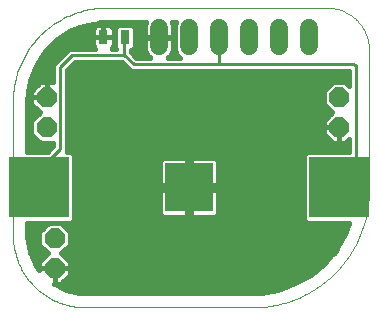
<source format=gbl>
G75*
%MOIN*%
%OFA0B0*%
%FSLAX25Y25*%
%IPPOS*%
%LPD*%
%AMOC8*
5,1,8,0,0,1.08239X$1,22.5*
%
%ADD10C,0.00000*%
%ADD11R,0.03150X0.04724*%
%ADD12C,0.06000*%
%ADD13R,0.16000X0.16000*%
%ADD14R,0.20000X0.20000*%
%ADD15OC8,0.06600*%
%ADD16C,0.01000*%
%ADD17C,0.01600*%
%ADD18C,0.07500*%
D10*
X0032342Y0015582D02*
X0087749Y0015582D01*
X0087749Y0015583D02*
X0088693Y0015594D01*
X0089636Y0015629D01*
X0090578Y0015686D01*
X0091518Y0015765D01*
X0092456Y0015868D01*
X0093391Y0015993D01*
X0094324Y0016140D01*
X0095252Y0016311D01*
X0096176Y0016503D01*
X0097095Y0016718D01*
X0098008Y0016955D01*
X0098915Y0017214D01*
X0099816Y0017494D01*
X0100710Y0017797D01*
X0101597Y0018121D01*
X0102475Y0018466D01*
X0103345Y0018832D01*
X0104205Y0019220D01*
X0105056Y0019628D01*
X0105897Y0020056D01*
X0106727Y0020505D01*
X0107546Y0020973D01*
X0108354Y0021461D01*
X0109149Y0021969D01*
X0109932Y0022496D01*
X0110703Y0023041D01*
X0111459Y0023605D01*
X0112202Y0024187D01*
X0112931Y0024787D01*
X0113645Y0025404D01*
X0114343Y0026038D01*
X0115027Y0026689D01*
X0115694Y0027356D01*
X0116345Y0028040D01*
X0116979Y0028738D01*
X0117596Y0029452D01*
X0118196Y0030181D01*
X0118778Y0030924D01*
X0119342Y0031680D01*
X0119887Y0032451D01*
X0120414Y0033234D01*
X0120922Y0034029D01*
X0121410Y0034837D01*
X0121878Y0035656D01*
X0122327Y0036486D01*
X0122755Y0037327D01*
X0123163Y0038178D01*
X0123551Y0039038D01*
X0123917Y0039908D01*
X0124262Y0040786D01*
X0124586Y0041673D01*
X0124889Y0042567D01*
X0125169Y0043468D01*
X0125428Y0044375D01*
X0125665Y0045288D01*
X0125880Y0046207D01*
X0126072Y0047131D01*
X0126243Y0048059D01*
X0126390Y0048992D01*
X0126515Y0049927D01*
X0126618Y0050865D01*
X0126697Y0051805D01*
X0126754Y0052747D01*
X0126789Y0053690D01*
X0126800Y0054634D01*
X0126800Y0101417D01*
X0126796Y0101757D01*
X0126784Y0102098D01*
X0126763Y0102437D01*
X0126734Y0102777D01*
X0126697Y0103115D01*
X0126652Y0103452D01*
X0126599Y0103789D01*
X0126538Y0104123D01*
X0126468Y0104457D01*
X0126391Y0104788D01*
X0126305Y0105118D01*
X0126212Y0105445D01*
X0126111Y0105770D01*
X0126001Y0106093D01*
X0125885Y0106412D01*
X0125760Y0106729D01*
X0125628Y0107043D01*
X0125488Y0107353D01*
X0125341Y0107660D01*
X0125186Y0107964D01*
X0125025Y0108263D01*
X0124856Y0108559D01*
X0124679Y0108850D01*
X0124496Y0109137D01*
X0124306Y0109419D01*
X0124110Y0109697D01*
X0123906Y0109970D01*
X0123696Y0110238D01*
X0123480Y0110501D01*
X0123257Y0110758D01*
X0123028Y0111010D01*
X0122794Y0111257D01*
X0122553Y0111498D01*
X0122306Y0111732D01*
X0122054Y0111961D01*
X0121797Y0112184D01*
X0121534Y0112400D01*
X0121266Y0112610D01*
X0120993Y0112814D01*
X0120715Y0113010D01*
X0120433Y0113200D01*
X0120146Y0113383D01*
X0119855Y0113560D01*
X0119559Y0113729D01*
X0119260Y0113890D01*
X0118956Y0114045D01*
X0118649Y0114192D01*
X0118339Y0114332D01*
X0118025Y0114464D01*
X0117708Y0114589D01*
X0117389Y0114705D01*
X0117066Y0114815D01*
X0116741Y0114916D01*
X0116414Y0115009D01*
X0116084Y0115095D01*
X0115753Y0115172D01*
X0115419Y0115242D01*
X0115085Y0115303D01*
X0114748Y0115356D01*
X0114411Y0115401D01*
X0114073Y0115438D01*
X0113733Y0115467D01*
X0113394Y0115488D01*
X0113053Y0115500D01*
X0112713Y0115504D01*
X0039260Y0115504D01*
X0038507Y0115495D01*
X0037755Y0115468D01*
X0037003Y0115422D01*
X0036253Y0115359D01*
X0035504Y0115277D01*
X0034758Y0115177D01*
X0034014Y0115059D01*
X0033273Y0114923D01*
X0032536Y0114770D01*
X0031803Y0114599D01*
X0031074Y0114409D01*
X0030350Y0114203D01*
X0029631Y0113979D01*
X0028917Y0113738D01*
X0028210Y0113479D01*
X0027509Y0113204D01*
X0026815Y0112911D01*
X0026129Y0112602D01*
X0025450Y0112277D01*
X0024779Y0111935D01*
X0024116Y0111577D01*
X0023463Y0111203D01*
X0022818Y0110813D01*
X0022183Y0110408D01*
X0021559Y0109988D01*
X0020944Y0109553D01*
X0020340Y0109103D01*
X0019747Y0108638D01*
X0019166Y0108160D01*
X0018596Y0107667D01*
X0018039Y0107161D01*
X0017494Y0106642D01*
X0016961Y0106109D01*
X0016442Y0105564D01*
X0015936Y0105007D01*
X0015443Y0104437D01*
X0014965Y0103856D01*
X0014500Y0103263D01*
X0014050Y0102659D01*
X0013615Y0102044D01*
X0013195Y0101420D01*
X0012790Y0100785D01*
X0012400Y0100140D01*
X0012026Y0099487D01*
X0011668Y0098824D01*
X0011326Y0098153D01*
X0011001Y0097474D01*
X0010692Y0096788D01*
X0010399Y0096094D01*
X0010124Y0095393D01*
X0009865Y0094686D01*
X0009624Y0093972D01*
X0009400Y0093253D01*
X0009194Y0092529D01*
X0009004Y0091800D01*
X0008833Y0091067D01*
X0008680Y0090330D01*
X0008544Y0089589D01*
X0008426Y0088845D01*
X0008326Y0088099D01*
X0008244Y0087350D01*
X0008181Y0086600D01*
X0008135Y0085848D01*
X0008108Y0085096D01*
X0008099Y0084343D01*
X0008099Y0039825D01*
X0008106Y0039230D01*
X0008128Y0038635D01*
X0008165Y0038042D01*
X0008216Y0037449D01*
X0008281Y0036857D01*
X0008361Y0036268D01*
X0008456Y0035680D01*
X0008565Y0035095D01*
X0008688Y0034513D01*
X0008826Y0033934D01*
X0008977Y0033359D01*
X0009143Y0032788D01*
X0009323Y0032220D01*
X0009516Y0031658D01*
X0009723Y0031100D01*
X0009944Y0030548D01*
X0010179Y0030001D01*
X0010427Y0029460D01*
X0010688Y0028925D01*
X0010962Y0028397D01*
X0011248Y0027876D01*
X0011548Y0027362D01*
X0011860Y0026855D01*
X0012185Y0026356D01*
X0012521Y0025866D01*
X0012870Y0025383D01*
X0013230Y0024910D01*
X0013602Y0024445D01*
X0013985Y0023990D01*
X0014379Y0023544D01*
X0014784Y0023108D01*
X0015200Y0022683D01*
X0015625Y0022267D01*
X0016061Y0021862D01*
X0016507Y0021468D01*
X0016962Y0021085D01*
X0017427Y0020713D01*
X0017900Y0020353D01*
X0018383Y0020004D01*
X0018873Y0019668D01*
X0019372Y0019343D01*
X0019879Y0019031D01*
X0020393Y0018731D01*
X0020914Y0018445D01*
X0021442Y0018171D01*
X0021977Y0017910D01*
X0022518Y0017662D01*
X0023065Y0017427D01*
X0023617Y0017206D01*
X0024175Y0016999D01*
X0024737Y0016806D01*
X0025305Y0016626D01*
X0025876Y0016460D01*
X0026451Y0016309D01*
X0027030Y0016171D01*
X0027612Y0016048D01*
X0028197Y0015939D01*
X0028785Y0015844D01*
X0029374Y0015764D01*
X0029966Y0015699D01*
X0030559Y0015648D01*
X0031152Y0015611D01*
X0031747Y0015589D01*
X0032342Y0015582D01*
D11*
X0038257Y0105582D03*
X0045343Y0105582D03*
D12*
X0056800Y0108582D02*
X0056800Y0102582D01*
X0066800Y0102582D02*
X0066800Y0108582D01*
X0076800Y0108582D02*
X0076800Y0102582D01*
X0086800Y0102582D02*
X0086800Y0108582D01*
X0096800Y0108582D02*
X0096800Y0102582D01*
X0106800Y0102582D02*
X0106800Y0108582D01*
D13*
X0066800Y0055582D03*
D14*
X0116800Y0055582D03*
X0016800Y0055582D03*
D15*
X0022050Y0038582D03*
X0022050Y0028582D03*
X0019300Y0075582D03*
X0019300Y0085582D03*
X0116800Y0085582D03*
X0116800Y0075582D03*
D16*
X0122550Y0061332D02*
X0122550Y0095832D01*
X0122548Y0095886D01*
X0122542Y0095939D01*
X0122533Y0095991D01*
X0122520Y0096043D01*
X0122503Y0096094D01*
X0122482Y0096144D01*
X0122458Y0096191D01*
X0122431Y0096237D01*
X0122400Y0096281D01*
X0122367Y0096323D01*
X0122330Y0096362D01*
X0122291Y0096399D01*
X0122249Y0096432D01*
X0122205Y0096463D01*
X0122159Y0096490D01*
X0122112Y0096514D01*
X0122062Y0096535D01*
X0122011Y0096552D01*
X0121959Y0096565D01*
X0121907Y0096574D01*
X0121854Y0096580D01*
X0121800Y0096582D01*
X0076800Y0096582D01*
X0076800Y0105582D01*
X0076800Y0096582D02*
X0048300Y0096582D01*
X0045050Y0099832D01*
X0044800Y0099582D01*
X0027800Y0099582D01*
X0023800Y0095582D01*
X0023800Y0068332D01*
X0016800Y0061332D01*
X0016800Y0055582D01*
X0045050Y0099832D02*
X0045050Y0105289D01*
X0045343Y0105582D01*
X0116800Y0055582D02*
X0122550Y0061332D01*
D17*
X0099727Y0022683D02*
X0023409Y0022683D01*
X0099727Y0022683D01*
X0102224Y0023591D02*
X0096614Y0021549D01*
X0091129Y0020582D01*
X0029824Y0020582D01*
X0025920Y0021473D01*
X0021998Y0023362D01*
X0021847Y0023482D01*
X0022050Y0023482D01*
X0024162Y0023482D01*
X0027150Y0026470D01*
X0027150Y0028582D01*
X0022050Y0028582D01*
X0022050Y0023482D01*
X0022050Y0028582D01*
X0022050Y0028582D01*
X0022050Y0023482D01*
X0024162Y0023482D01*
X0027150Y0026470D01*
X0027150Y0028582D01*
X0022050Y0028582D01*
X0022050Y0028582D01*
X0022050Y0023482D01*
X0021847Y0023482D01*
X0021998Y0023362D01*
X0025920Y0021473D01*
X0030165Y0020505D01*
X0032342Y0020382D01*
X0087749Y0020382D01*
X0090734Y0020513D01*
X0096614Y0021549D01*
X0102224Y0023591D01*
X0107394Y0026577D01*
X0111968Y0030414D01*
X0115806Y0034988D01*
X0118791Y0040158D01*
X0120110Y0043782D01*
X0106054Y0043782D01*
X0105000Y0044837D01*
X0105000Y0066328D01*
X0106054Y0067382D01*
X0120250Y0067382D01*
X0120250Y0071820D01*
X0118912Y0070482D01*
X0116800Y0070482D01*
X0116800Y0075582D01*
X0116800Y0075582D01*
X0116800Y0070482D01*
X0114688Y0070482D01*
X0111700Y0073470D01*
X0111700Y0075582D01*
X0116800Y0075582D01*
X0116800Y0070482D01*
X0118912Y0070482D01*
X0120250Y0071820D01*
X0120250Y0067382D01*
X0106054Y0067382D01*
X0105000Y0066328D01*
X0105000Y0044837D01*
X0106054Y0043782D01*
X0120110Y0043782D01*
X0118791Y0040158D01*
X0115806Y0034988D01*
X0111968Y0030414D01*
X0107394Y0026577D01*
X0102224Y0023591D01*
X0103419Y0024281D02*
X0024961Y0024281D01*
X0103419Y0024281D01*
X0106187Y0025880D02*
X0026560Y0025880D01*
X0106187Y0025880D01*
X0108469Y0027478D02*
X0027150Y0027478D01*
X0108469Y0027478D01*
X0110374Y0029077D02*
X0027150Y0029077D01*
X0110374Y0029077D01*
X0112187Y0030675D02*
X0027150Y0030675D01*
X0112187Y0030675D01*
X0113528Y0032274D02*
X0025571Y0032274D01*
X0113528Y0032274D01*
X0114870Y0033872D02*
X0024552Y0033872D01*
X0114870Y0033872D01*
X0116084Y0035471D02*
X0026151Y0035471D01*
X0116084Y0035471D01*
X0117007Y0037069D02*
X0027150Y0037069D01*
X0117007Y0037069D01*
X0117930Y0038668D02*
X0027150Y0038668D01*
X0117930Y0038668D01*
X0118830Y0040266D02*
X0027150Y0040266D01*
X0118830Y0040266D01*
X0119412Y0041865D02*
X0025980Y0041865D01*
X0119412Y0041865D01*
X0119994Y0043463D02*
X0024382Y0043463D01*
X0119994Y0043463D01*
X0105000Y0045062D02*
X0028600Y0045062D01*
X0105000Y0045062D01*
X0105000Y0046660D02*
X0076346Y0046660D01*
X0105000Y0046660D01*
X0105000Y0048259D02*
X0076600Y0048259D01*
X0105000Y0048259D01*
X0105000Y0049857D02*
X0076600Y0049857D01*
X0105000Y0049857D01*
X0105000Y0051456D02*
X0076600Y0051456D01*
X0105000Y0051456D01*
X0105000Y0053054D02*
X0076600Y0053054D01*
X0105000Y0053054D01*
X0105000Y0054653D02*
X0076600Y0054653D01*
X0105000Y0054653D01*
X0105000Y0056251D02*
X0067600Y0056251D01*
X0105000Y0056251D01*
X0105000Y0057850D02*
X0076600Y0057850D01*
X0105000Y0057850D01*
X0105000Y0059448D02*
X0076600Y0059448D01*
X0105000Y0059448D01*
X0105000Y0061047D02*
X0076600Y0061047D01*
X0105000Y0061047D01*
X0105000Y0062645D02*
X0076600Y0062645D01*
X0105000Y0062645D01*
X0105000Y0064244D02*
X0076486Y0064244D01*
X0105000Y0064244D01*
X0105000Y0065842D02*
X0028600Y0065842D01*
X0105000Y0065842D01*
X0111700Y0073470D02*
X0114688Y0070482D01*
X0116800Y0070482D01*
X0116800Y0075582D01*
X0116800Y0075582D01*
X0116800Y0075582D01*
X0111700Y0075582D01*
X0111700Y0073470D01*
X0111700Y0073835D02*
X0026100Y0073835D01*
X0111700Y0073835D01*
X0112933Y0072237D02*
X0026100Y0072237D01*
X0112933Y0072237D01*
X0114532Y0070638D02*
X0026100Y0070638D01*
X0114532Y0070638D01*
X0116800Y0070638D02*
X0116800Y0070638D01*
X0116800Y0070638D01*
X0116800Y0072237D02*
X0116800Y0072237D01*
X0116800Y0072237D01*
X0116800Y0073835D02*
X0116800Y0073835D01*
X0116800Y0073835D01*
X0116800Y0075434D02*
X0116800Y0075434D01*
X0116800Y0075434D01*
X0116800Y0075582D02*
X0116800Y0075582D01*
X0111700Y0075582D01*
X0111700Y0077695D01*
X0114588Y0080582D01*
X0111700Y0083470D01*
X0111700Y0087695D01*
X0114688Y0090682D01*
X0118912Y0090682D01*
X0120250Y0089345D01*
X0120250Y0094282D01*
X0047347Y0094282D01*
X0046000Y0095630D01*
X0046000Y0095630D01*
X0044347Y0097282D01*
X0028753Y0097282D01*
X0026100Y0094630D01*
X0026100Y0067382D01*
X0027546Y0067382D01*
X0028600Y0066328D01*
X0028600Y0044837D01*
X0027546Y0043782D01*
X0012899Y0043782D01*
X0012899Y0039825D01*
X0013021Y0037648D01*
X0013990Y0033404D01*
X0015879Y0029481D01*
X0016950Y0028138D01*
X0016950Y0028582D01*
X0022050Y0028582D01*
X0022050Y0028582D01*
X0022050Y0028582D01*
X0022050Y0028582D01*
X0016950Y0028582D01*
X0016950Y0028138D01*
X0015879Y0029481D01*
X0013990Y0033404D01*
X0013021Y0037648D01*
X0012899Y0039825D01*
X0012899Y0043782D01*
X0027546Y0043782D01*
X0028600Y0044837D01*
X0028600Y0066328D01*
X0027546Y0067382D01*
X0026100Y0067382D01*
X0026100Y0094630D01*
X0028753Y0097282D01*
X0044347Y0097282D01*
X0046000Y0095630D01*
X0046000Y0095630D01*
X0047347Y0094282D01*
X0120250Y0094282D01*
X0120250Y0089345D01*
X0118912Y0090682D01*
X0114688Y0090682D01*
X0111700Y0087695D01*
X0111700Y0083470D01*
X0114588Y0080582D01*
X0111700Y0077695D01*
X0111700Y0075582D01*
X0116800Y0075582D01*
X0112636Y0078631D02*
X0026100Y0078631D01*
X0112636Y0078631D01*
X0111700Y0077032D02*
X0026100Y0077032D01*
X0111700Y0077032D01*
X0111700Y0075434D02*
X0026100Y0075434D01*
X0111700Y0075434D01*
X0114234Y0080229D02*
X0026100Y0080229D01*
X0114234Y0080229D01*
X0113342Y0081828D02*
X0026100Y0081828D01*
X0113342Y0081828D01*
X0111744Y0083426D02*
X0026100Y0083426D01*
X0111744Y0083426D01*
X0111700Y0085025D02*
X0026100Y0085025D01*
X0111700Y0085025D01*
X0111700Y0086623D02*
X0026100Y0086623D01*
X0111700Y0086623D01*
X0112227Y0088222D02*
X0026100Y0088222D01*
X0112227Y0088222D01*
X0113825Y0089820D02*
X0026100Y0089820D01*
X0113825Y0089820D01*
X0119775Y0089820D02*
X0120250Y0089820D01*
X0119775Y0089820D01*
X0120250Y0091419D02*
X0026100Y0091419D01*
X0120250Y0091419D01*
X0120250Y0093017D02*
X0026100Y0093017D01*
X0120250Y0093017D01*
X0120250Y0070638D02*
X0119068Y0070638D01*
X0120250Y0070638D01*
X0120250Y0069039D02*
X0026100Y0069039D01*
X0120250Y0069039D01*
X0120250Y0067441D02*
X0026100Y0067441D01*
X0120250Y0067441D01*
X0076600Y0063819D02*
X0076600Y0056382D01*
X0067600Y0056382D01*
X0067600Y0054782D01*
X0067600Y0045782D01*
X0075037Y0045782D01*
X0075495Y0045905D01*
X0075905Y0046142D01*
X0076240Y0046477D01*
X0076477Y0046888D01*
X0076600Y0047345D01*
X0076600Y0054782D01*
X0067600Y0054782D01*
X0066000Y0054782D01*
X0066000Y0045782D01*
X0058563Y0045782D01*
X0058105Y0045905D01*
X0057695Y0046142D01*
X0057360Y0046477D01*
X0057123Y0046888D01*
X0057000Y0047345D01*
X0057000Y0054782D01*
X0066000Y0054782D01*
X0067600Y0054782D01*
X0067600Y0045782D01*
X0075037Y0045782D01*
X0075495Y0045905D01*
X0075905Y0046142D01*
X0076240Y0046477D01*
X0076477Y0046888D01*
X0076600Y0047345D01*
X0076600Y0054782D01*
X0067600Y0054782D01*
X0067600Y0056382D01*
X0076600Y0056382D01*
X0076600Y0063819D01*
X0076477Y0064277D01*
X0076240Y0064688D01*
X0075905Y0065023D01*
X0075495Y0065260D01*
X0075037Y0065382D01*
X0067600Y0065382D01*
X0067600Y0056382D01*
X0066000Y0056382D01*
X0066000Y0054782D01*
X0066000Y0045782D01*
X0058563Y0045782D01*
X0058105Y0045905D01*
X0057695Y0046142D01*
X0057360Y0046477D01*
X0057123Y0046888D01*
X0057000Y0047345D01*
X0057000Y0054782D01*
X0066000Y0054782D01*
X0066000Y0056382D01*
X0057000Y0056382D01*
X0057000Y0063819D01*
X0057123Y0064277D01*
X0057360Y0064688D01*
X0057695Y0065023D01*
X0058105Y0065260D01*
X0058563Y0065382D01*
X0066000Y0065382D01*
X0066000Y0056382D01*
X0057000Y0056382D01*
X0057000Y0063819D01*
X0057123Y0064277D01*
X0057360Y0064688D01*
X0057695Y0065023D01*
X0058105Y0065260D01*
X0058563Y0065382D01*
X0066000Y0065382D01*
X0066000Y0056382D01*
X0067600Y0056382D01*
X0067600Y0065382D01*
X0075037Y0065382D01*
X0075495Y0065260D01*
X0075905Y0065023D01*
X0076240Y0064688D01*
X0076477Y0064277D01*
X0076600Y0063819D01*
X0067600Y0064244D02*
X0066000Y0064244D01*
X0067600Y0064244D01*
X0067600Y0062645D02*
X0066000Y0062645D01*
X0067600Y0062645D01*
X0067600Y0061047D02*
X0066000Y0061047D01*
X0067600Y0061047D01*
X0067600Y0059448D02*
X0066000Y0059448D01*
X0067600Y0059448D01*
X0067600Y0057850D02*
X0066000Y0057850D01*
X0067600Y0057850D01*
X0066000Y0056251D02*
X0028600Y0056251D01*
X0066000Y0056251D01*
X0066000Y0054653D02*
X0067600Y0054653D01*
X0066000Y0054653D01*
X0066000Y0053054D02*
X0067600Y0053054D01*
X0066000Y0053054D01*
X0066000Y0051456D02*
X0067600Y0051456D01*
X0066000Y0051456D01*
X0066000Y0049857D02*
X0067600Y0049857D01*
X0066000Y0049857D01*
X0066000Y0048259D02*
X0067600Y0048259D01*
X0066000Y0048259D01*
X0066000Y0046660D02*
X0067600Y0046660D01*
X0066000Y0046660D01*
X0057254Y0046660D02*
X0028600Y0046660D01*
X0057254Y0046660D01*
X0057000Y0048259D02*
X0028600Y0048259D01*
X0057000Y0048259D01*
X0057000Y0049857D02*
X0028600Y0049857D01*
X0057000Y0049857D01*
X0057000Y0051456D02*
X0028600Y0051456D01*
X0057000Y0051456D01*
X0057000Y0053054D02*
X0028600Y0053054D01*
X0057000Y0053054D01*
X0057000Y0054653D02*
X0028600Y0054653D01*
X0057000Y0054653D01*
X0057000Y0057850D02*
X0028600Y0057850D01*
X0057000Y0057850D01*
X0057000Y0059448D02*
X0028600Y0059448D01*
X0057000Y0059448D01*
X0057000Y0061047D02*
X0028600Y0061047D01*
X0057000Y0061047D01*
X0057000Y0062645D02*
X0028600Y0062645D01*
X0057000Y0062645D01*
X0057114Y0064244D02*
X0028600Y0064244D01*
X0057114Y0064244D01*
X0027150Y0040695D02*
X0027150Y0036470D01*
X0024262Y0033582D01*
X0027150Y0030695D01*
X0027150Y0028582D01*
X0022050Y0028582D01*
X0022050Y0028582D01*
X0016950Y0028582D01*
X0016950Y0030695D01*
X0019838Y0033582D01*
X0016950Y0036470D01*
X0016950Y0040695D01*
X0019938Y0043682D01*
X0024162Y0043682D01*
X0027150Y0040695D01*
X0024162Y0043682D01*
X0019938Y0043682D01*
X0016950Y0040695D01*
X0016950Y0036470D01*
X0019838Y0033582D01*
X0016950Y0030695D01*
X0016950Y0028582D01*
X0022050Y0028582D01*
X0027150Y0028582D01*
X0027150Y0030695D01*
X0024262Y0033582D01*
X0027150Y0036470D01*
X0027150Y0040695D01*
X0019718Y0043463D02*
X0012899Y0043463D01*
X0019718Y0043463D01*
X0018120Y0041865D02*
X0012899Y0041865D01*
X0018120Y0041865D01*
X0016950Y0040266D02*
X0012899Y0040266D01*
X0016950Y0040266D01*
X0016950Y0038668D02*
X0012964Y0038668D01*
X0016950Y0038668D01*
X0016950Y0037069D02*
X0013154Y0037069D01*
X0016950Y0037069D01*
X0017949Y0035471D02*
X0013518Y0035471D01*
X0017949Y0035471D01*
X0019548Y0033872D02*
X0013883Y0033872D01*
X0019548Y0033872D01*
X0018529Y0032274D02*
X0014534Y0032274D01*
X0018529Y0032274D01*
X0016950Y0030675D02*
X0015304Y0030675D01*
X0016950Y0030675D01*
X0016950Y0029077D02*
X0016202Y0029077D01*
X0016950Y0029077D01*
X0022050Y0027478D02*
X0022050Y0027478D01*
X0022050Y0027478D01*
X0022050Y0025880D02*
X0022050Y0025880D01*
X0022050Y0025880D01*
X0022050Y0024281D02*
X0022050Y0024281D01*
X0022050Y0024281D01*
X0027626Y0021084D02*
X0093975Y0021084D01*
X0027626Y0021084D01*
X0019597Y0067382D02*
X0012899Y0067382D01*
X0012899Y0084343D01*
X0013026Y0086927D01*
X0014034Y0091995D01*
X0016012Y0096769D01*
X0018883Y0101066D01*
X0022537Y0104720D01*
X0026834Y0107591D01*
X0031608Y0109569D01*
X0036676Y0110577D01*
X0039260Y0110704D01*
X0052494Y0110704D01*
X0052352Y0110425D01*
X0052118Y0109706D01*
X0052000Y0108960D01*
X0052000Y0105782D01*
X0056600Y0105782D01*
X0056600Y0105382D01*
X0052000Y0105382D01*
X0052000Y0102205D01*
X0052118Y0101458D01*
X0052352Y0100740D01*
X0052695Y0100067D01*
X0053139Y0099455D01*
X0053673Y0098921D01*
X0053726Y0098882D01*
X0049253Y0098882D01*
X0047350Y0100785D01*
X0047350Y0101420D01*
X0047664Y0101420D01*
X0048718Y0102475D01*
X0048718Y0108690D01*
X0047664Y0109745D01*
X0043023Y0109745D01*
X0041969Y0108690D01*
X0041969Y0102475D01*
X0042561Y0101882D01*
X0041039Y0101882D01*
X0041272Y0102115D01*
X0041509Y0102525D01*
X0041631Y0102983D01*
X0041631Y0105582D01*
X0038257Y0105582D01*
X0038257Y0105582D01*
X0038257Y0105582D01*
X0041631Y0105582D01*
X0041631Y0102983D01*
X0041509Y0102525D01*
X0041272Y0102115D01*
X0041039Y0101882D01*
X0042561Y0101882D01*
X0041969Y0102475D01*
X0041969Y0108690D01*
X0043023Y0109745D01*
X0047664Y0109745D01*
X0048718Y0108690D01*
X0048718Y0102475D01*
X0047664Y0101420D01*
X0047350Y0101420D01*
X0047350Y0100785D01*
X0049253Y0098882D01*
X0053726Y0098882D01*
X0053673Y0098921D01*
X0053139Y0099455D01*
X0052695Y0100067D01*
X0052352Y0100740D01*
X0052118Y0101458D01*
X0052000Y0102205D01*
X0052000Y0105382D01*
X0056600Y0105382D01*
X0056600Y0105782D01*
X0052000Y0105782D01*
X0052000Y0108960D01*
X0052118Y0109706D01*
X0052352Y0110425D01*
X0052494Y0110704D01*
X0039260Y0110704D01*
X0036676Y0110577D01*
X0031608Y0109569D01*
X0026834Y0107591D01*
X0022537Y0104720D01*
X0018883Y0101066D01*
X0016012Y0096769D01*
X0014034Y0091995D01*
X0013026Y0086927D01*
X0012899Y0084343D01*
X0012899Y0067382D01*
X0019597Y0067382D01*
X0021500Y0069285D01*
X0021500Y0070570D01*
X0021412Y0070482D01*
X0017188Y0070482D01*
X0014200Y0073470D01*
X0014200Y0077695D01*
X0017088Y0080582D01*
X0014200Y0083470D01*
X0014200Y0085582D01*
X0019300Y0085582D01*
X0019300Y0085582D01*
X0014200Y0085582D01*
X0014200Y0083470D01*
X0017088Y0080582D01*
X0014200Y0077695D01*
X0014200Y0073470D01*
X0017188Y0070482D01*
X0021412Y0070482D01*
X0021500Y0070570D01*
X0021500Y0069285D01*
X0019597Y0067382D01*
X0019656Y0067441D02*
X0012899Y0067441D01*
X0019656Y0067441D01*
X0021254Y0069039D02*
X0012899Y0069039D01*
X0021254Y0069039D01*
X0017032Y0070638D02*
X0012899Y0070638D01*
X0017032Y0070638D01*
X0015433Y0072237D02*
X0012899Y0072237D01*
X0015433Y0072237D01*
X0014200Y0073835D02*
X0012899Y0073835D01*
X0014200Y0073835D01*
X0014200Y0075434D02*
X0012899Y0075434D01*
X0014200Y0075434D01*
X0014200Y0077032D02*
X0012899Y0077032D01*
X0014200Y0077032D01*
X0015136Y0078631D02*
X0012899Y0078631D01*
X0015136Y0078631D01*
X0016734Y0080229D02*
X0012899Y0080229D01*
X0016734Y0080229D01*
X0015842Y0081828D02*
X0012899Y0081828D01*
X0015842Y0081828D01*
X0014244Y0083426D02*
X0012899Y0083426D01*
X0014244Y0083426D01*
X0014200Y0085025D02*
X0012933Y0085025D01*
X0014200Y0085025D01*
X0014200Y0085582D02*
X0019300Y0085582D01*
X0019300Y0085582D01*
X0014200Y0085582D01*
X0014200Y0087695D01*
X0017188Y0090682D01*
X0019300Y0090682D01*
X0019300Y0085583D01*
X0019300Y0085583D01*
X0019300Y0090682D01*
X0021412Y0090682D01*
X0021500Y0090595D01*
X0021500Y0096535D01*
X0025500Y0100535D01*
X0026847Y0101882D01*
X0035474Y0101882D01*
X0035242Y0102115D01*
X0035005Y0102525D01*
X0034882Y0102983D01*
X0034882Y0105582D01*
X0038257Y0105582D01*
X0041631Y0105582D01*
X0041631Y0108182D01*
X0041509Y0108639D01*
X0041272Y0109050D01*
X0040937Y0109385D01*
X0040526Y0109622D01*
X0040068Y0109745D01*
X0038257Y0109745D01*
X0038257Y0105583D01*
X0038257Y0105583D01*
X0038257Y0105583D01*
X0038257Y0109745D01*
X0040068Y0109745D01*
X0040526Y0109622D01*
X0040937Y0109385D01*
X0041272Y0109050D01*
X0041509Y0108639D01*
X0041631Y0108182D01*
X0041631Y0105582D01*
X0038257Y0105582D01*
X0038257Y0105582D01*
X0034882Y0105582D01*
X0034882Y0102983D01*
X0035005Y0102525D01*
X0035242Y0102115D01*
X0035474Y0101882D01*
X0026847Y0101882D01*
X0025500Y0100535D01*
X0021500Y0096535D01*
X0021500Y0090595D01*
X0021412Y0090682D01*
X0019300Y0090682D01*
X0017188Y0090682D01*
X0014200Y0087695D01*
X0014200Y0085582D01*
X0014200Y0086623D02*
X0013011Y0086623D01*
X0014200Y0086623D01*
X0014727Y0088222D02*
X0013284Y0088222D01*
X0014727Y0088222D01*
X0013602Y0089820D02*
X0016325Y0089820D01*
X0013602Y0089820D01*
X0013920Y0091419D02*
X0021500Y0091419D01*
X0013920Y0091419D01*
X0014458Y0093017D02*
X0021500Y0093017D01*
X0014458Y0093017D01*
X0015120Y0094616D02*
X0021500Y0094616D01*
X0015120Y0094616D01*
X0015782Y0096214D02*
X0021500Y0096214D01*
X0015782Y0096214D01*
X0016709Y0097813D02*
X0022778Y0097813D01*
X0016709Y0097813D01*
X0017777Y0099411D02*
X0024376Y0099411D01*
X0017777Y0099411D01*
X0018845Y0101010D02*
X0025975Y0101010D01*
X0018845Y0101010D01*
X0020425Y0102608D02*
X0034982Y0102608D01*
X0020425Y0102608D01*
X0022023Y0104207D02*
X0034882Y0104207D01*
X0022023Y0104207D01*
X0024161Y0105805D02*
X0034882Y0105805D01*
X0024161Y0105805D01*
X0026553Y0107404D02*
X0034882Y0107404D01*
X0026553Y0107404D01*
X0030241Y0109002D02*
X0035214Y0109002D01*
X0030241Y0109002D01*
X0034882Y0108182D02*
X0034882Y0105582D01*
X0038257Y0105582D01*
X0038257Y0105582D01*
X0034882Y0105582D01*
X0034882Y0108182D01*
X0035005Y0108639D01*
X0035242Y0109050D01*
X0035577Y0109385D01*
X0035987Y0109622D01*
X0036445Y0109745D01*
X0038257Y0109745D01*
X0038257Y0105583D01*
X0038257Y0109745D01*
X0036445Y0109745D01*
X0035987Y0109622D01*
X0035577Y0109385D01*
X0035242Y0109050D01*
X0035005Y0108639D01*
X0034882Y0108182D01*
X0037166Y0110601D02*
X0052441Y0110601D01*
X0037166Y0110601D01*
X0038257Y0109002D02*
X0038257Y0109002D01*
X0038257Y0109002D01*
X0038257Y0107404D02*
X0038257Y0107404D01*
X0038257Y0107404D01*
X0038257Y0105805D02*
X0038257Y0105805D01*
X0038257Y0105805D01*
X0041299Y0109002D02*
X0042281Y0109002D01*
X0041299Y0109002D01*
X0041631Y0107404D02*
X0041969Y0107404D01*
X0041631Y0107404D01*
X0041631Y0105805D02*
X0041969Y0105805D01*
X0041631Y0105805D01*
X0041631Y0104207D02*
X0041969Y0104207D01*
X0041631Y0104207D01*
X0041531Y0102608D02*
X0041969Y0102608D01*
X0041531Y0102608D01*
X0047350Y0101010D02*
X0052264Y0101010D01*
X0047350Y0101010D01*
X0048718Y0102608D02*
X0052000Y0102608D01*
X0048718Y0102608D01*
X0048718Y0104207D02*
X0052000Y0104207D01*
X0048718Y0104207D01*
X0048718Y0105805D02*
X0052000Y0105805D01*
X0048718Y0105805D01*
X0048718Y0107404D02*
X0052000Y0107404D01*
X0048718Y0107404D01*
X0048406Y0109002D02*
X0052007Y0109002D01*
X0048406Y0109002D01*
X0057000Y0105782D02*
X0057000Y0105382D01*
X0061600Y0105382D01*
X0061600Y0102205D01*
X0061482Y0101458D01*
X0061248Y0100740D01*
X0060905Y0100067D01*
X0060461Y0099455D01*
X0059927Y0098921D01*
X0059874Y0098882D01*
X0063712Y0098882D01*
X0062731Y0099863D01*
X0062000Y0101628D01*
X0062000Y0109537D01*
X0062483Y0110704D01*
X0061106Y0110704D01*
X0061248Y0110425D01*
X0061482Y0109706D01*
X0061600Y0108960D01*
X0061600Y0105782D01*
X0057000Y0105782D01*
X0061600Y0105782D01*
X0061600Y0108960D01*
X0061482Y0109706D01*
X0061248Y0110425D01*
X0061106Y0110704D01*
X0062483Y0110704D01*
X0062000Y0109537D01*
X0062000Y0101628D01*
X0062731Y0099863D01*
X0063712Y0098882D01*
X0059874Y0098882D01*
X0059927Y0098921D01*
X0060461Y0099455D01*
X0060905Y0100067D01*
X0061248Y0100740D01*
X0061482Y0101458D01*
X0061600Y0102205D01*
X0061600Y0105382D01*
X0057000Y0105382D01*
X0057000Y0105782D01*
X0061159Y0110601D02*
X0062441Y0110601D01*
X0061159Y0110601D01*
X0061593Y0109002D02*
X0062000Y0109002D01*
X0061593Y0109002D01*
X0061600Y0107404D02*
X0062000Y0107404D01*
X0061600Y0107404D01*
X0061600Y0105805D02*
X0062000Y0105805D01*
X0061600Y0105805D01*
X0061600Y0104207D02*
X0062000Y0104207D01*
X0061600Y0104207D01*
X0061600Y0102608D02*
X0062000Y0102608D01*
X0061600Y0102608D01*
X0061336Y0101010D02*
X0062256Y0101010D01*
X0061336Y0101010D01*
X0060417Y0099411D02*
X0063183Y0099411D01*
X0060417Y0099411D01*
X0053183Y0099411D02*
X0048724Y0099411D01*
X0053183Y0099411D01*
X0047014Y0094616D02*
X0026100Y0094616D01*
X0047014Y0094616D01*
X0045416Y0096214D02*
X0027684Y0096214D01*
X0045416Y0096214D01*
X0019300Y0090682D02*
X0019300Y0085583D01*
X0019300Y0090682D01*
X0019300Y0089820D02*
X0019300Y0089820D01*
X0019300Y0089820D01*
X0019300Y0088222D02*
X0019300Y0088222D01*
X0019300Y0088222D01*
X0019300Y0086623D02*
X0019300Y0086623D01*
X0019300Y0086623D01*
X0019300Y0085583D02*
X0019300Y0085583D01*
D18*
X0113300Y0035832D03*
M02*

</source>
